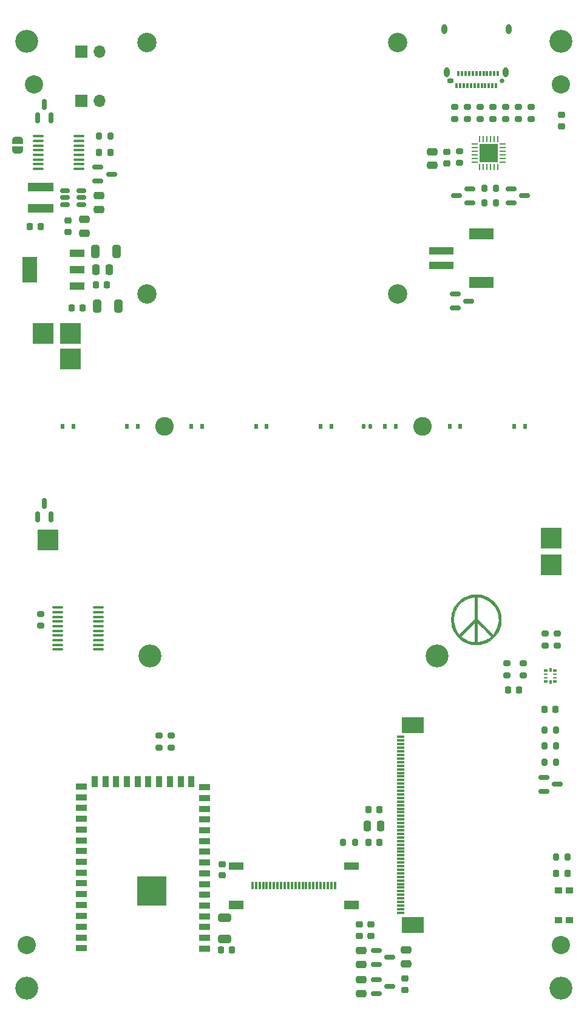
<source format=gbr>
G04 #@! TF.GenerationSoftware,KiCad,Pcbnew,6.0.9-8da3e8f707~117~ubuntu22.04.1*
G04 #@! TF.CreationDate,2023-01-10T09:45:36+01:00*
G04 #@! TF.ProjectId,qCamPCR,7143616d-5043-4522-9e6b-696361645f70,rev?*
G04 #@! TF.SameCoordinates,Original*
G04 #@! TF.FileFunction,Soldermask,Top*
G04 #@! TF.FilePolarity,Negative*
%FSLAX46Y46*%
G04 Gerber Fmt 4.6, Leading zero omitted, Abs format (unit mm)*
G04 Created by KiCad (PCBNEW 6.0.9-8da3e8f707~117~ubuntu22.04.1) date 2023-01-10 09:45:36*
%MOMM*%
%LPD*%
G01*
G04 APERTURE LIST*
G04 Aperture macros list*
%AMRoundRect*
0 Rectangle with rounded corners*
0 $1 Rounding radius*
0 $2 $3 $4 $5 $6 $7 $8 $9 X,Y pos of 4 corners*
0 Add a 4 corners polygon primitive as box body*
4,1,4,$2,$3,$4,$5,$6,$7,$8,$9,$2,$3,0*
0 Add four circle primitives for the rounded corners*
1,1,$1+$1,$2,$3*
1,1,$1+$1,$4,$5*
1,1,$1+$1,$6,$7*
1,1,$1+$1,$8,$9*
0 Add four rect primitives between the rounded corners*
20,1,$1+$1,$2,$3,$4,$5,0*
20,1,$1+$1,$4,$5,$6,$7,0*
20,1,$1+$1,$6,$7,$8,$9,0*
20,1,$1+$1,$8,$9,$2,$3,0*%
%AMFreePoly0*
4,1,22,0.500000,-0.750000,0.000000,-0.750000,0.000000,-0.745033,-0.079941,-0.743568,-0.215256,-0.701293,-0.333266,-0.622738,-0.424486,-0.514219,-0.481581,-0.384460,-0.499164,-0.250000,-0.500000,-0.250000,-0.500000,0.250000,-0.499164,0.250000,-0.499963,0.256109,-0.478152,0.396186,-0.417904,0.524511,-0.324060,0.630769,-0.204165,0.706417,-0.067858,0.745374,0.000000,0.744959,0.000000,0.750000,
0.500000,0.750000,0.500000,-0.750000,0.500000,-0.750000,$1*%
%AMFreePoly1*
4,1,20,0.000000,0.744959,0.073905,0.744508,0.209726,0.703889,0.328688,0.626782,0.421226,0.519385,0.479903,0.390333,0.500000,0.250000,0.500000,-0.250000,0.499851,-0.262216,0.476331,-0.402017,0.414519,-0.529596,0.319384,-0.634700,0.198574,-0.708877,0.061801,-0.746166,0.000000,-0.745033,0.000000,-0.750000,-0.500000,-0.750000,-0.500000,0.750000,0.000000,0.750000,0.000000,0.744959,
0.000000,0.744959,$1*%
G04 Aperture macros list end*
%ADD10C,0.010000*%
%ADD11R,2.000000X1.300000*%
%ADD12R,0.300000X1.000000*%
%ADD13C,0.650000*%
%ADD14O,0.950000X0.650000*%
%ADD15R,0.300000X0.700000*%
%ADD16O,0.800000X1.400000*%
%ADD17R,1.100000X0.300000*%
%ADD18R,3.100000X2.300000*%
%ADD19RoundRect,0.150000X-0.587500X-0.150000X0.587500X-0.150000X0.587500X0.150000X-0.587500X0.150000X0*%
%ADD20R,0.500000X0.800000*%
%ADD21RoundRect,0.200000X-0.200000X-0.275000X0.200000X-0.275000X0.200000X0.275000X-0.200000X0.275000X0*%
%ADD22RoundRect,0.200000X0.275000X-0.200000X0.275000X0.200000X-0.275000X0.200000X-0.275000X-0.200000X0*%
%ADD23RoundRect,0.200000X0.200000X0.275000X-0.200000X0.275000X-0.200000X-0.275000X0.200000X-0.275000X0*%
%ADD24RoundRect,0.200000X-0.275000X0.200000X-0.275000X-0.200000X0.275000X-0.200000X0.275000X0.200000X0*%
%ADD25C,3.200000*%
%ADD26C,2.540000*%
%ADD27RoundRect,0.250000X-0.325000X-0.650000X0.325000X-0.650000X0.325000X0.650000X-0.325000X0.650000X0*%
%ADD28RoundRect,0.225000X-0.225000X-0.250000X0.225000X-0.250000X0.225000X0.250000X-0.225000X0.250000X0*%
%ADD29RoundRect,0.225000X-0.250000X0.225000X-0.250000X-0.225000X0.250000X-0.225000X0.250000X0.225000X0*%
%ADD30RoundRect,0.250000X-0.250000X-0.475000X0.250000X-0.475000X0.250000X0.475000X-0.250000X0.475000X0*%
%ADD31RoundRect,0.250000X0.475000X-0.250000X0.475000X0.250000X-0.475000X0.250000X-0.475000X-0.250000X0*%
%ADD32RoundRect,0.225000X0.225000X0.250000X-0.225000X0.250000X-0.225000X-0.250000X0.225000X-0.250000X0*%
%ADD33RoundRect,0.250000X-0.475000X0.250000X-0.475000X-0.250000X0.475000X-0.250000X0.475000X0.250000X0*%
%ADD34R,1.700000X1.700000*%
%ADD35O,1.700000X1.700000*%
%ADD36RoundRect,0.150000X0.150000X-0.587500X0.150000X0.587500X-0.150000X0.587500X-0.150000X-0.587500X0*%
%ADD37R,3.400000X1.500000*%
%ADD38R,3.500000X1.000000*%
%ADD39RoundRect,0.218750X0.256250X-0.218750X0.256250X0.218750X-0.256250X0.218750X-0.256250X-0.218750X0*%
%ADD40RoundRect,0.150000X0.587500X0.150000X-0.587500X0.150000X-0.587500X-0.150000X0.587500X-0.150000X0*%
%ADD41FreePoly0,90.000000*%
%ADD42FreePoly1,90.000000*%
%ADD43R,1.000000X0.900000*%
%ADD44R,3.000000X3.000000*%
%ADD45C,2.600000*%
%ADD46RoundRect,0.140000X0.140000X0.170000X-0.140000X0.170000X-0.140000X-0.170000X0.140000X-0.170000X0*%
%ADD47R,2.000000X1.000000*%
%ADD48RoundRect,0.250000X0.650000X-0.325000X0.650000X0.325000X-0.650000X0.325000X-0.650000X-0.325000X0*%
%ADD49RoundRect,0.100000X0.637500X0.100000X-0.637500X0.100000X-0.637500X-0.100000X0.637500X-0.100000X0*%
%ADD50R,1.500000X0.900000*%
%ADD51R,0.900000X1.500000*%
%ADD52R,4.100000X4.100000*%
%ADD53R,2.032000X1.016000*%
%ADD54R,2.032000X3.657600*%
%ADD55RoundRect,0.150000X0.512500X0.150000X-0.512500X0.150000X-0.512500X-0.150000X0.512500X-0.150000X0*%
%ADD56RoundRect,0.062500X-0.062500X0.350000X-0.062500X-0.350000X0.062500X-0.350000X0.062500X0.350000X0*%
%ADD57RoundRect,0.062500X-0.350000X0.062500X-0.350000X-0.062500X0.350000X-0.062500X0.350000X0.062500X0*%
%ADD58R,2.600000X2.600000*%
%ADD59R,0.575000X0.300000*%
%ADD60R,0.575000X0.250000*%
%ADD61R,0.350000X0.630000*%
%ADD62R,3.600000X1.150000*%
%ADD63RoundRect,0.100000X-0.637500X-0.100000X0.637500X-0.100000X0.637500X0.100000X-0.637500X0.100000X0*%
%ADD64C,2.700000*%
G04 APERTURE END LIST*
G36*
X122603726Y-116646801D02*
G01*
X122513591Y-116515565D01*
X122326523Y-116193256D01*
X122177958Y-115857590D01*
X122067404Y-115511688D01*
X121994368Y-115158668D01*
X121958357Y-114801652D01*
X121958734Y-114544029D01*
X122281910Y-114544029D01*
X122293571Y-114887511D01*
X122342818Y-115229619D01*
X122428151Y-115565069D01*
X122548069Y-115888576D01*
X122701073Y-116194853D01*
X122885662Y-116478616D01*
X122993787Y-116615704D01*
X123089055Y-116728759D01*
X124186436Y-115631531D01*
X125283817Y-114534302D01*
X125283817Y-114533998D01*
X125601317Y-114533998D01*
X127792067Y-116726906D01*
X127874078Y-116635944D01*
X127926836Y-116572609D01*
X127989639Y-116490250D01*
X128049804Y-116405561D01*
X128055720Y-116396816D01*
X128243528Y-116080943D01*
X128392470Y-115751386D01*
X128502213Y-115411137D01*
X128572425Y-115063185D01*
X128602773Y-114710523D01*
X128592924Y-114356140D01*
X128542546Y-114003028D01*
X128451306Y-113654177D01*
X128382186Y-113461662D01*
X128228618Y-113129098D01*
X128041755Y-112821298D01*
X127823829Y-112540011D01*
X127577073Y-112286984D01*
X127303722Y-112063964D01*
X127006008Y-111872699D01*
X126686164Y-111714937D01*
X126346424Y-111592425D01*
X125989022Y-111506911D01*
X125856924Y-111485585D01*
X125764156Y-111472695D01*
X125687067Y-111462400D01*
X125635237Y-111455954D01*
X125618799Y-111454399D01*
X125615948Y-111475012D01*
X125613241Y-111534636D01*
X125610717Y-111629947D01*
X125608413Y-111757625D01*
X125606366Y-111914346D01*
X125604615Y-112096787D01*
X125603197Y-112301627D01*
X125602150Y-112525543D01*
X125601511Y-112765212D01*
X125601317Y-112994199D01*
X125601317Y-114533998D01*
X125283817Y-114533998D01*
X125283817Y-112994199D01*
X125283583Y-112743221D01*
X125282906Y-112504821D01*
X125281824Y-112282473D01*
X125280374Y-112079499D01*
X125278595Y-111899222D01*
X125276524Y-111744965D01*
X125274199Y-111620048D01*
X125271657Y-111527795D01*
X125268936Y-111471528D01*
X125266335Y-111454399D01*
X125239262Y-111457204D01*
X125179867Y-111464783D01*
X125097731Y-111475882D01*
X125028210Y-111485585D01*
X124665054Y-111557382D01*
X124319680Y-111666442D01*
X123994120Y-111810732D01*
X123690406Y-111988220D01*
X123410571Y-112196874D01*
X123156646Y-112434662D01*
X122930663Y-112699552D01*
X122734654Y-112989511D01*
X122570653Y-113302509D01*
X122440690Y-113636511D01*
X122346798Y-113989487D01*
X122309336Y-114204459D01*
X122281910Y-114544029D01*
X121958734Y-114544029D01*
X121958881Y-114443759D01*
X121995445Y-114088108D01*
X122067558Y-113737820D01*
X122174727Y-113396014D01*
X122316460Y-113065809D01*
X122492264Y-112750327D01*
X122701647Y-112452686D01*
X122944117Y-112176006D01*
X123219181Y-111923408D01*
X123241234Y-111905422D01*
X123546985Y-111684537D01*
X123870113Y-111500661D01*
X124207439Y-111353795D01*
X124555786Y-111243937D01*
X124911977Y-111171088D01*
X125272833Y-111135249D01*
X125635178Y-111136418D01*
X125995833Y-111174596D01*
X126351622Y-111249783D01*
X126699367Y-111361979D01*
X127035890Y-111511184D01*
X127358014Y-111697398D01*
X127643900Y-111905422D01*
X127919442Y-112155120D01*
X128167039Y-112434547D01*
X128384193Y-112739598D01*
X128568404Y-113066168D01*
X128717173Y-113410153D01*
X128828000Y-113767448D01*
X128858429Y-113899985D01*
X128915829Y-114274704D01*
X128932677Y-114645936D01*
X128910589Y-115011205D01*
X128851183Y-115368032D01*
X128756076Y-115713936D01*
X128626885Y-116046441D01*
X128465229Y-116363067D01*
X128272724Y-116661335D01*
X128050989Y-116938768D01*
X127801639Y-117192885D01*
X127526294Y-117421208D01*
X127226569Y-117621259D01*
X126904083Y-117790559D01*
X126560453Y-117926629D01*
X126197297Y-118026991D01*
X126160300Y-118034899D01*
X126085226Y-118048394D01*
X125987149Y-118062986D01*
X125874787Y-118077722D01*
X125756855Y-118091648D01*
X125642072Y-118103811D01*
X125539154Y-118113256D01*
X125456819Y-118119031D01*
X125403784Y-118120183D01*
X125391868Y-118118954D01*
X125366696Y-118116109D01*
X125308709Y-118110731D01*
X125227293Y-118103666D01*
X125156817Y-118097793D01*
X124774978Y-118045858D01*
X124406951Y-117954485D01*
X124054787Y-117824900D01*
X123720538Y-117658333D01*
X123406256Y-117456011D01*
X123113992Y-117219163D01*
X122864958Y-116968316D01*
X123334466Y-116968316D01*
X123425433Y-117050327D01*
X123599788Y-117189068D01*
X123806571Y-117322718D01*
X124035880Y-117446197D01*
X124277808Y-117554426D01*
X124522453Y-117642325D01*
X124652631Y-117679661D01*
X124758583Y-117704423D01*
X124882399Y-117729212D01*
X125010075Y-117751608D01*
X125127604Y-117769188D01*
X125220981Y-117779531D01*
X125236192Y-117780556D01*
X125283817Y-117783233D01*
X125283817Y-116402194D01*
X125601317Y-116402194D01*
X125601577Y-116639704D01*
X125602329Y-116864298D01*
X125603528Y-117072468D01*
X125605130Y-117260706D01*
X125607090Y-117425504D01*
X125609364Y-117563353D01*
X125611907Y-117670745D01*
X125614675Y-117744172D01*
X125617624Y-117780125D01*
X125618799Y-117783233D01*
X125645872Y-117780427D01*
X125705266Y-117772848D01*
X125787403Y-117761750D01*
X125856924Y-117752047D01*
X126161649Y-117693611D01*
X126462237Y-117606481D01*
X126751326Y-117493881D01*
X127021549Y-117359036D01*
X127265543Y-117205171D01*
X127459701Y-117050327D01*
X127550668Y-116968316D01*
X126575992Y-115994735D01*
X125601317Y-115021155D01*
X125601317Y-116402194D01*
X125283817Y-116402194D01*
X125283817Y-115021155D01*
X124309141Y-115994735D01*
X123334466Y-116968316D01*
X122864958Y-116968316D01*
X122845798Y-116949017D01*
X122603726Y-116646801D01*
G37*
D10*
X122603726Y-116646801D02*
X122513591Y-116515565D01*
X122326523Y-116193256D01*
X122177958Y-115857590D01*
X122067404Y-115511688D01*
X121994368Y-115158668D01*
X121958357Y-114801652D01*
X121958734Y-114544029D01*
X122281910Y-114544029D01*
X122293571Y-114887511D01*
X122342818Y-115229619D01*
X122428151Y-115565069D01*
X122548069Y-115888576D01*
X122701073Y-116194853D01*
X122885662Y-116478616D01*
X122993787Y-116615704D01*
X123089055Y-116728759D01*
X124186436Y-115631531D01*
X125283817Y-114534302D01*
X125283817Y-114533998D01*
X125601317Y-114533998D01*
X127792067Y-116726906D01*
X127874078Y-116635944D01*
X127926836Y-116572609D01*
X127989639Y-116490250D01*
X128049804Y-116405561D01*
X128055720Y-116396816D01*
X128243528Y-116080943D01*
X128392470Y-115751386D01*
X128502213Y-115411137D01*
X128572425Y-115063185D01*
X128602773Y-114710523D01*
X128592924Y-114356140D01*
X128542546Y-114003028D01*
X128451306Y-113654177D01*
X128382186Y-113461662D01*
X128228618Y-113129098D01*
X128041755Y-112821298D01*
X127823829Y-112540011D01*
X127577073Y-112286984D01*
X127303722Y-112063964D01*
X127006008Y-111872699D01*
X126686164Y-111714937D01*
X126346424Y-111592425D01*
X125989022Y-111506911D01*
X125856924Y-111485585D01*
X125764156Y-111472695D01*
X125687067Y-111462400D01*
X125635237Y-111455954D01*
X125618799Y-111454399D01*
X125615948Y-111475012D01*
X125613241Y-111534636D01*
X125610717Y-111629947D01*
X125608413Y-111757625D01*
X125606366Y-111914346D01*
X125604615Y-112096787D01*
X125603197Y-112301627D01*
X125602150Y-112525543D01*
X125601511Y-112765212D01*
X125601317Y-112994199D01*
X125601317Y-114533998D01*
X125283817Y-114533998D01*
X125283817Y-112994199D01*
X125283583Y-112743221D01*
X125282906Y-112504821D01*
X125281824Y-112282473D01*
X125280374Y-112079499D01*
X125278595Y-111899222D01*
X125276524Y-111744965D01*
X125274199Y-111620048D01*
X125271657Y-111527795D01*
X125268936Y-111471528D01*
X125266335Y-111454399D01*
X125239262Y-111457204D01*
X125179867Y-111464783D01*
X125097731Y-111475882D01*
X125028210Y-111485585D01*
X124665054Y-111557382D01*
X124319680Y-111666442D01*
X123994120Y-111810732D01*
X123690406Y-111988220D01*
X123410571Y-112196874D01*
X123156646Y-112434662D01*
X122930663Y-112699552D01*
X122734654Y-112989511D01*
X122570653Y-113302509D01*
X122440690Y-113636511D01*
X122346798Y-113989487D01*
X122309336Y-114204459D01*
X122281910Y-114544029D01*
X121958734Y-114544029D01*
X121958881Y-114443759D01*
X121995445Y-114088108D01*
X122067558Y-113737820D01*
X122174727Y-113396014D01*
X122316460Y-113065809D01*
X122492264Y-112750327D01*
X122701647Y-112452686D01*
X122944117Y-112176006D01*
X123219181Y-111923408D01*
X123241234Y-111905422D01*
X123546985Y-111684537D01*
X123870113Y-111500661D01*
X124207439Y-111353795D01*
X124555786Y-111243937D01*
X124911977Y-111171088D01*
X125272833Y-111135249D01*
X125635178Y-111136418D01*
X125995833Y-111174596D01*
X126351622Y-111249783D01*
X126699367Y-111361979D01*
X127035890Y-111511184D01*
X127358014Y-111697398D01*
X127643900Y-111905422D01*
X127919442Y-112155120D01*
X128167039Y-112434547D01*
X128384193Y-112739598D01*
X128568404Y-113066168D01*
X128717173Y-113410153D01*
X128828000Y-113767448D01*
X128858429Y-113899985D01*
X128915829Y-114274704D01*
X128932677Y-114645936D01*
X128910589Y-115011205D01*
X128851183Y-115368032D01*
X128756076Y-115713936D01*
X128626885Y-116046441D01*
X128465229Y-116363067D01*
X128272724Y-116661335D01*
X128050989Y-116938768D01*
X127801639Y-117192885D01*
X127526294Y-117421208D01*
X127226569Y-117621259D01*
X126904083Y-117790559D01*
X126560453Y-117926629D01*
X126197297Y-118026991D01*
X126160300Y-118034899D01*
X126085226Y-118048394D01*
X125987149Y-118062986D01*
X125874787Y-118077722D01*
X125756855Y-118091648D01*
X125642072Y-118103811D01*
X125539154Y-118113256D01*
X125456819Y-118119031D01*
X125403784Y-118120183D01*
X125391868Y-118118954D01*
X125366696Y-118116109D01*
X125308709Y-118110731D01*
X125227293Y-118103666D01*
X125156817Y-118097793D01*
X124774978Y-118045858D01*
X124406951Y-117954485D01*
X124054787Y-117824900D01*
X123720538Y-117658333D01*
X123406256Y-117456011D01*
X123113992Y-117219163D01*
X122864958Y-116968316D01*
X123334466Y-116968316D01*
X123425433Y-117050327D01*
X123599788Y-117189068D01*
X123806571Y-117322718D01*
X124035880Y-117446197D01*
X124277808Y-117554426D01*
X124522453Y-117642325D01*
X124652631Y-117679661D01*
X124758583Y-117704423D01*
X124882399Y-117729212D01*
X125010075Y-117751608D01*
X125127604Y-117769188D01*
X125220981Y-117779531D01*
X125236192Y-117780556D01*
X125283817Y-117783233D01*
X125283817Y-116402194D01*
X125601317Y-116402194D01*
X125601577Y-116639704D01*
X125602329Y-116864298D01*
X125603528Y-117072468D01*
X125605130Y-117260706D01*
X125607090Y-117425504D01*
X125609364Y-117563353D01*
X125611907Y-117670745D01*
X125614675Y-117744172D01*
X125617624Y-117780125D01*
X125618799Y-117783233D01*
X125645872Y-117780427D01*
X125705266Y-117772848D01*
X125787403Y-117761750D01*
X125856924Y-117752047D01*
X126161649Y-117693611D01*
X126462237Y-117606481D01*
X126751326Y-117493881D01*
X127021549Y-117359036D01*
X127265543Y-117205171D01*
X127459701Y-117050327D01*
X127550668Y-116968316D01*
X126575992Y-115994735D01*
X125601317Y-115021155D01*
X125601317Y-116402194D01*
X125283817Y-116402194D01*
X125283817Y-115021155D01*
X124309141Y-115994735D01*
X123334466Y-116968316D01*
X122864958Y-116968316D01*
X122845798Y-116949017D01*
X122603726Y-116646801D01*
D11*
X108050000Y-154389000D03*
X91950000Y-154389000D03*
D12*
X105750000Y-151689000D03*
X105250000Y-151689000D03*
X104750000Y-151689000D03*
X104250000Y-151689000D03*
X103750000Y-151689000D03*
X103250000Y-151689000D03*
X102750000Y-151689000D03*
X102250000Y-151689000D03*
X101750000Y-151689000D03*
X101250000Y-151689000D03*
X100750000Y-151689000D03*
X100250000Y-151689000D03*
X99750000Y-151689000D03*
X99250000Y-151689000D03*
X98750000Y-151689000D03*
X98250000Y-151689000D03*
X97750000Y-151689000D03*
X97250000Y-151689000D03*
X96750000Y-151689000D03*
X96250000Y-151689000D03*
X95750000Y-151689000D03*
X95250000Y-151689000D03*
X94750000Y-151689000D03*
X94250000Y-151689000D03*
D13*
X129080000Y-39550000D03*
D14*
X121880000Y-39550000D03*
D15*
X128230000Y-40210000D03*
X127730000Y-40210000D03*
X127230000Y-40210000D03*
X126730000Y-40210000D03*
X126230000Y-40210000D03*
X125730000Y-40210000D03*
X125230000Y-40210000D03*
X124730000Y-40210000D03*
X124230000Y-40210000D03*
X123730000Y-40210000D03*
X123230000Y-40210000D03*
X122730000Y-40210000D03*
X122980000Y-38510000D03*
X123480000Y-38510000D03*
X123980000Y-38510000D03*
X124480000Y-38510000D03*
X124980000Y-38510000D03*
X125480000Y-38510000D03*
X125980000Y-38510000D03*
X126480000Y-38510000D03*
X126980000Y-38510000D03*
X127480000Y-38510000D03*
X127980000Y-38510000D03*
X128480000Y-38510000D03*
D16*
X120990000Y-32350000D03*
X121350000Y-38300000D03*
X129610000Y-38300000D03*
X129970000Y-32350000D03*
D17*
X114900000Y-130990000D03*
X114900000Y-131490000D03*
X114900000Y-131990000D03*
X114900000Y-132490000D03*
X114900000Y-132990000D03*
X114900000Y-133490000D03*
X114900000Y-133990000D03*
X114900000Y-134490000D03*
X114900000Y-134990000D03*
X114900000Y-135490000D03*
X114900000Y-135990000D03*
X114900000Y-136490000D03*
X114900000Y-136990000D03*
X114900000Y-137490000D03*
X114900000Y-137990000D03*
X114900000Y-138490000D03*
X114900000Y-138990000D03*
X114900000Y-139490000D03*
X114900000Y-139990000D03*
X114900000Y-140490000D03*
X114900000Y-140990000D03*
X114900000Y-141490000D03*
X114900000Y-141990000D03*
X114900000Y-142490000D03*
X114900000Y-142990000D03*
X114900000Y-143490000D03*
X114900000Y-143990000D03*
X114900000Y-144490000D03*
X114900000Y-144990000D03*
X114900000Y-145490000D03*
X114900000Y-145990000D03*
X114900000Y-146490000D03*
X114900000Y-146990000D03*
X114900000Y-147490000D03*
X114900000Y-147990000D03*
X114900000Y-148490000D03*
X114900000Y-148990000D03*
X114900000Y-149490000D03*
X114900000Y-149990000D03*
X114900000Y-150490000D03*
X114900000Y-150990000D03*
X114900000Y-151490000D03*
X114900000Y-151990000D03*
X114900000Y-152490000D03*
X114900000Y-152990000D03*
X114900000Y-153490000D03*
X114900000Y-153990000D03*
X114900000Y-154490000D03*
X114900000Y-154990000D03*
X114900000Y-155490000D03*
D18*
X116600000Y-157160000D03*
X116600000Y-129320000D03*
D19*
X111508500Y-164833500D03*
X111508500Y-166733500D03*
X113383500Y-165783500D03*
D20*
X69250000Y-87698074D03*
X67750000Y-87698074D03*
X78250000Y-87698074D03*
X76750000Y-87698074D03*
X87250000Y-87698074D03*
X85750000Y-87698074D03*
X96250000Y-87698074D03*
X94750000Y-87698074D03*
X105250000Y-87698074D03*
X103750000Y-87698074D03*
X123250000Y-87698074D03*
X121750000Y-87698074D03*
X114250000Y-87698074D03*
X112750000Y-87698074D03*
D21*
X106896600Y-145720000D03*
X108546600Y-145720000D03*
D22*
X82880400Y-132461200D03*
X82880400Y-130811200D03*
X133147000Y-44818000D03*
X133147000Y-43168000D03*
D23*
X136639000Y-130025001D03*
X134989000Y-130025001D03*
X136639000Y-132258000D03*
X134989000Y-132258000D03*
X136639000Y-134544000D03*
X134989000Y-134544000D03*
D24*
X124257000Y-43168000D03*
X124257000Y-44818000D03*
D22*
X131369000Y-44818000D03*
X131369000Y-43168000D03*
D21*
X72825250Y-47183000D03*
X74475250Y-47183000D03*
D24*
X129591000Y-43168000D03*
X129591000Y-44818000D03*
D19*
X111524500Y-160769500D03*
X111524500Y-162669500D03*
X113399500Y-161719500D03*
D25*
X62750000Y-34000000D03*
X137250000Y-34000000D03*
X62750000Y-166000000D03*
X137250000Y-166000000D03*
X79967671Y-119703353D03*
X120003581Y-119703353D03*
D24*
X129768800Y-120726400D03*
X129768800Y-122376400D03*
X132054800Y-120726400D03*
X132054800Y-122376400D03*
D26*
X63760000Y-40000000D03*
X137250000Y-40000000D03*
X137250000Y-160000000D03*
X62750000Y-160000000D03*
D27*
X72363000Y-63265250D03*
X75313000Y-63265250D03*
D28*
X89877800Y-160706000D03*
X91427800Y-160706000D03*
D29*
X115494000Y-164676000D03*
X115494000Y-166226000D03*
D30*
X72380000Y-65805250D03*
X74280000Y-65805250D03*
D28*
X63157000Y-59868000D03*
X64707000Y-59868000D03*
D29*
X89992400Y-148704200D03*
X89992400Y-150254200D03*
D31*
X115684500Y-162606000D03*
X115684500Y-160706000D03*
X109398000Y-162672000D03*
X109398000Y-160772000D03*
X109398000Y-166733500D03*
X109398000Y-164833500D03*
D32*
X138180984Y-150038000D03*
X136630984Y-150038000D03*
D29*
X110795000Y-157137000D03*
X110795000Y-158687000D03*
D28*
X129882800Y-124472400D03*
X131432800Y-124472400D03*
X68999000Y-71139250D03*
X70549000Y-71139250D03*
D29*
X121336000Y-49441000D03*
X121336000Y-50991000D03*
D28*
X110401000Y-141148000D03*
X111951000Y-141148000D03*
D30*
X110226000Y-143434000D03*
X112126000Y-143434000D03*
D28*
X110401000Y-145720000D03*
X111951000Y-145720000D03*
X72428000Y-67996000D03*
X73978000Y-67996000D03*
D33*
X72822000Y-55537500D03*
X72822000Y-57437500D03*
D34*
X70409000Y-42342000D03*
D35*
X72949000Y-42342000D03*
D36*
X64252000Y-44676500D03*
X66152000Y-44676500D03*
X65202000Y-42801500D03*
D19*
X122562500Y-69266000D03*
X122562500Y-71166000D03*
X124437500Y-70216000D03*
D36*
X64252000Y-100302500D03*
X66152000Y-100302500D03*
X65202000Y-98427500D03*
D19*
X134876500Y-136642000D03*
X134876500Y-138542000D03*
X136751500Y-137592000D03*
D34*
X70409000Y-35484000D03*
D35*
X72949000Y-35484000D03*
D37*
X126162000Y-60884000D03*
X126162000Y-67584000D03*
D38*
X120612000Y-65234000D03*
X120612000Y-63234000D03*
D39*
X137338000Y-45860500D03*
X137338000Y-44285500D03*
D24*
X127813000Y-43168000D03*
X127813000Y-44818000D03*
D21*
X126607000Y-56566000D03*
X128257000Y-56566000D03*
D40*
X124559500Y-56500000D03*
X124559500Y-54600000D03*
X122684500Y-55550000D03*
D19*
X130304500Y-54600000D03*
X130304500Y-56500000D03*
X132179500Y-55550000D03*
D41*
X61493600Y-49138800D03*
D42*
X61493600Y-47838800D03*
D43*
X138497984Y-152400000D03*
X138497984Y-156500000D03*
X136897984Y-156500000D03*
X136897984Y-152400000D03*
D44*
X135941000Y-103302000D03*
X135941000Y-106985000D03*
X68885000Y-74727000D03*
X65075000Y-74727000D03*
D45*
X118000000Y-87698074D03*
X82000000Y-87698074D03*
D46*
X110680000Y-87698074D03*
X109720000Y-87698074D03*
D21*
X126607000Y-54534000D03*
X128257000Y-54534000D03*
D24*
X81229400Y-130811200D03*
X81229400Y-132461200D03*
D29*
X109144000Y-157137000D03*
X109144000Y-158687000D03*
D21*
X136580984Y-147752000D03*
X138230984Y-147752000D03*
D19*
X72712750Y-51567000D03*
X72712750Y-53467000D03*
X74587750Y-52517000D03*
D32*
X74425250Y-49469000D03*
X72875250Y-49469000D03*
D44*
X68885000Y-78283000D03*
X65721984Y-103540233D03*
D33*
X119304000Y-49393000D03*
X119304000Y-51293000D03*
D47*
X91942000Y-149022000D03*
X108052000Y-149022000D03*
D48*
X90348000Y-159133000D03*
X90348000Y-156183000D03*
D27*
X72617000Y-70885250D03*
X75567000Y-70885250D03*
D49*
X70064750Y-51800000D03*
X70064750Y-51150000D03*
X70064750Y-50500000D03*
X70064750Y-49850000D03*
X70064750Y-49200000D03*
X70064750Y-48550000D03*
X70064750Y-47900000D03*
X70064750Y-47250000D03*
X64339750Y-47250000D03*
X64339750Y-47900000D03*
X64339750Y-48550000D03*
X64339750Y-49200000D03*
X64339750Y-49850000D03*
X64339750Y-50500000D03*
X64339750Y-51150000D03*
X64339750Y-51800000D03*
D28*
X134988200Y-127139400D03*
X136538200Y-127139400D03*
D20*
X132250000Y-87698074D03*
X130750000Y-87698074D03*
D50*
X87617000Y-160490000D03*
X87617000Y-158990000D03*
X87617000Y-157490000D03*
X87617000Y-155990000D03*
X87617000Y-154490000D03*
X87617000Y-152990000D03*
X87617000Y-151490000D03*
X87617000Y-149990000D03*
X87617000Y-148490000D03*
X87617000Y-146990000D03*
X87617000Y-145490000D03*
X87617000Y-143990000D03*
X87617000Y-142490000D03*
X87617000Y-140990000D03*
X87617000Y-139490000D03*
X87617000Y-137990000D03*
D51*
X85742000Y-137240000D03*
X84242000Y-137240000D03*
X82742000Y-137240000D03*
X81242000Y-137240000D03*
X79742000Y-137240000D03*
X78242000Y-137240000D03*
X76742000Y-137240000D03*
X75242000Y-137240000D03*
X73742000Y-137240000D03*
X72242000Y-137240000D03*
D50*
X70367000Y-137890000D03*
X70367000Y-139390000D03*
X70367000Y-140890000D03*
X70367000Y-142390000D03*
X70367000Y-143890000D03*
X70367000Y-145390000D03*
X70367000Y-146890000D03*
X70367000Y-148390000D03*
X70367000Y-149890000D03*
X70367000Y-151390000D03*
X70367000Y-152890000D03*
X70367000Y-154390000D03*
X70367000Y-155890000D03*
X70367000Y-157490000D03*
X70367000Y-158990000D03*
X70367000Y-160390000D03*
D52*
X80182000Y-152450000D03*
D53*
X69774000Y-68091250D03*
D54*
X63170000Y-65805250D03*
D53*
X69774000Y-65805250D03*
X69774000Y-63519250D03*
D55*
X70403500Y-56754000D03*
X70403500Y-55804000D03*
X70403500Y-54854000D03*
X68128500Y-54854000D03*
X68128500Y-55804000D03*
X68128500Y-56754000D03*
D56*
X128428000Y-47643500D03*
X127928000Y-47643500D03*
X127428000Y-47643500D03*
X126928000Y-47643500D03*
X126428000Y-47643500D03*
X125928000Y-47643500D03*
D57*
X125240500Y-48331000D03*
X125240500Y-48831000D03*
X125240500Y-49331000D03*
X125240500Y-49831000D03*
X125240500Y-50331000D03*
X125240500Y-50831000D03*
D56*
X125928000Y-51518500D03*
X126428000Y-51518500D03*
X126928000Y-51518500D03*
X127428000Y-51518500D03*
X127928000Y-51518500D03*
X128428000Y-51518500D03*
D57*
X129115500Y-50831000D03*
X129115500Y-50331000D03*
X129115500Y-49831000D03*
X129115500Y-49331000D03*
X129115500Y-48831000D03*
X129115500Y-48331000D03*
D58*
X127178000Y-49581000D03*
D59*
X136451500Y-123215800D03*
D60*
X136451500Y-122715800D03*
X136451500Y-122215800D03*
D59*
X136451500Y-121715800D03*
D61*
X135814000Y-121605800D03*
D59*
X135176500Y-121715800D03*
D60*
X135176500Y-122215800D03*
X135176500Y-122715800D03*
D59*
X135176500Y-123215800D03*
D61*
X135814000Y-123325800D03*
D62*
X64694000Y-54329000D03*
X64694000Y-57279000D03*
D33*
X70790000Y-58852000D03*
X70790000Y-60752000D03*
D29*
X68504000Y-59027000D03*
X68504000Y-60577000D03*
D24*
X135052000Y-116573000D03*
X135052000Y-118223000D03*
D22*
X123114000Y-50978000D03*
X123114000Y-49328000D03*
X64705984Y-115477233D03*
X64705984Y-113827233D03*
D63*
X67050484Y-112934233D03*
X67050484Y-113584233D03*
X67050484Y-114234233D03*
X67050484Y-114884233D03*
X67050484Y-115534233D03*
X67050484Y-116184233D03*
X67050484Y-116834233D03*
X67050484Y-117484233D03*
X67050484Y-118134233D03*
X67050484Y-118784233D03*
X72775484Y-118784233D03*
X72775484Y-118134233D03*
X72775484Y-117484233D03*
X72775484Y-116834233D03*
X72775484Y-116184233D03*
X72775484Y-115534233D03*
X72775484Y-114884233D03*
X72775484Y-114234233D03*
X72775484Y-113584233D03*
X72775484Y-112934233D03*
D22*
X136728400Y-118223000D03*
X136728400Y-116573000D03*
D64*
X114500000Y-34192091D03*
X79500000Y-69192091D03*
X114500000Y-69192091D03*
X79500000Y-34192091D03*
D24*
X126035000Y-43168000D03*
X126035000Y-44818000D03*
X122479000Y-43168000D03*
X122479000Y-44818000D03*
M02*

</source>
